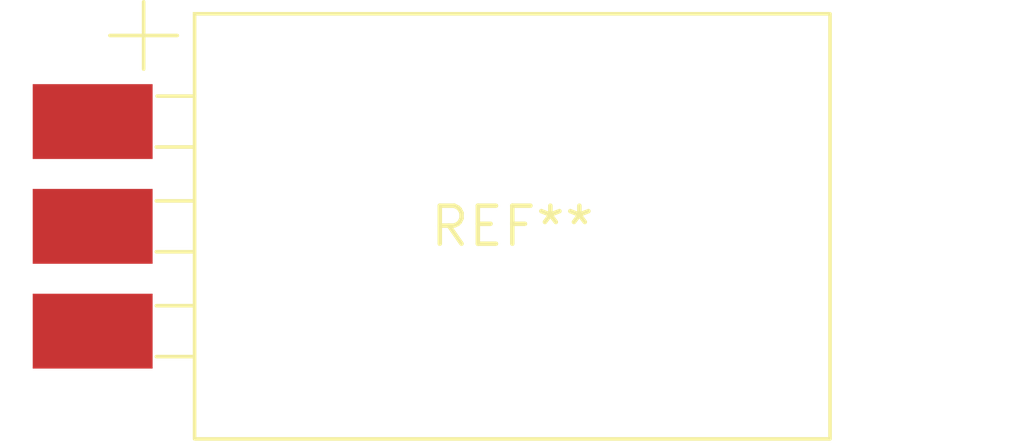
<source format=kicad_pcb>
(kicad_pcb (version 20240108) (generator pcbnew)
  (layers (0 "F.Cu" signal) (31 "B.Cu" signal) (34 "B.Paste" user) (35 "F.Paste" user) (36 "B.SilkS" user "B.Silkscreen") (37 "F.SilkS" user "F.Silkscreen") (38 "B.Mask" user) (39 "F.Mask" user) (44 "Edge.Cuts" user))
  (net 0 "")
  (footprint "CP_Elec_CAP-XX_DMF3Zxxxxxxxx3D" (layer "F.Cu") (at 0 0)
    (property "Reference" "REF**")
    (property "Value" "CP_Elec_CAP-XX_DMF3Zxxxxxxxx3D")
    (fp_line (start -13.425 -6.375) (end -11.175 -6.375) (layer "F.SilkS") (stroke (width 0.12)))
    (fp_line (start -12.3 -7.5) (end -12.3 -5.25) (layer "F.SilkS") (stroke (width 0.12)))
    (fp_line (start -11.875 -2.65) (end -10.625 -2.65) (layer "F.SilkS") (stroke (width 0.12)))
    (fp_line (start -11.875 -0.85) (end -10.625 -0.85) (layer "F.SilkS") (stroke (width 0.12)))
    (fp_line (start -11.875 0.85) (end -10.625 0.85) (layer "F.SilkS") (stroke (width 0.12)))
    (fp_line (start -11.875 2.65) (end -10.625 2.65) (layer "F.SilkS") (stroke (width 0.12)))
    (fp_line (start -11.875 4.35) (end -10.625 4.35) (layer "F.SilkS") (stroke (width 0.12)))
    (fp_line (start -11.85 -4.35) (end -10.6 -4.35) (layer "F.SilkS") (stroke (width 0.12)))
    (fp_rect (start -10.6 -7.1) (end 10.6 7.1) (layer "F.SilkS") (stroke (width 0.12)) (fill none))
    (pad "1" smd rect (at -14 -3.5 180) (size 4 2.5) (layers "F.Cu" "F.Mask"))
    (pad "2" smd rect (at -14 0 180) (size 4 2.5) (layers "F.Cu" "F.Mask"))
    (pad "3" smd rect (at -14 3.5 180) (size 4 2.5) (layers "F.Cu" "F.Mask"))
  )
)
</source>
